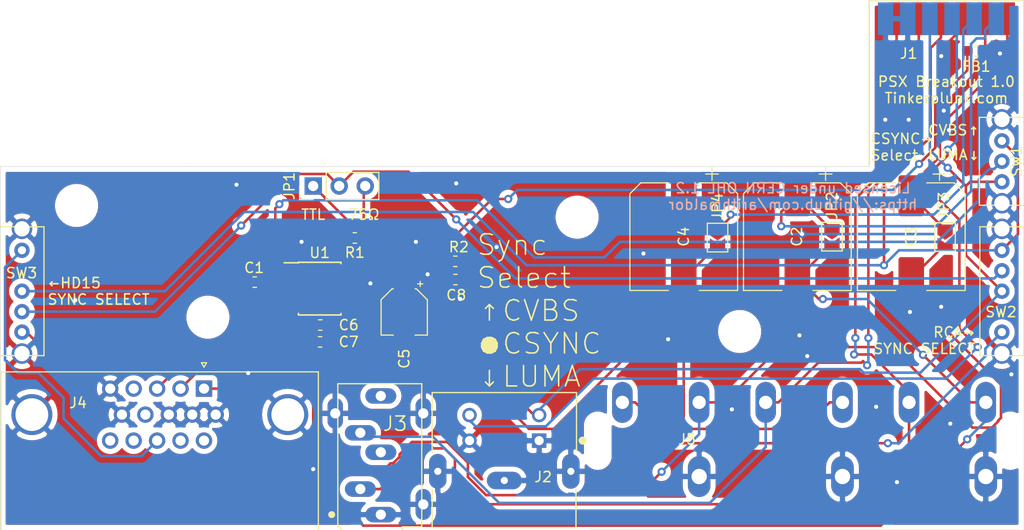
<source format=kicad_pcb>
(kicad_pcb (version 20171130) (host pcbnew "(5.1.0)-1")
  (layers (0 F.Cu signal hide) (31 B.Cu signal hide) (34 B.Paste user) (35 F.Paste user) (36 B.SilkS user) (37 F.SilkS user) (38 B.Mask user) (39 F.Mask user) (44 Edge.Cuts user))
  (net 0 "")
  (net 1 "Net-(C1-Pad2)")
  (net 2 "Net-(C1-Pad1)")
  (net 3 RED)
  (net 4 RED_OUT)
  (net 5 GREEN_OUT)
  (net 6 GREEN)
  (net 7 BLUE)
  (net 8 BLUE_OUT)
  (net 9 "Net-(C5-Pad1)")
  (net 10 GND)
  (net 11 "Net-(C8-Pad1)")
  (net 12 5V_IN)
  (net 13 RIGHT)
  (net 14 LEFT)
  (net 15 LUMA)
  (net 16 CVBS)
  (net 17 CHROMA)
  (net 18 "Net-(J4-Pad4)")
  (net 19 "Net-(J4-Pad9)")
  (net 20 "Net-(J4-Pad11)")
  (net 21 "Net-(J4-Pad12)")
  (net 22 VGA_SYNC_OUT)
  (net 23 "Net-(J4-Pad14)")
  (net 24 "Net-(J4-Pad15)")
  (net 25 RCA_SYNC_OUT)
  (net 26 "Net-(JP1-Pad1)")
  (net 27 CSYNC)
  (net 28 "Net-(JP1-Pad3)")
  (net 29 "Net-(U1-Pad3)")
  (net 30 "Net-(U1-Pad5)")
  (net 31 "Net-(U1-Pad7)")
  (module MountingHole:MountingHole_3.2mm_M3 (layer F.Cu) (at 110.236 90.932)
    (fp_text reference REF** hide)
    (fp_text value MountingHole_3.2mm_M3)
    (pad 1 np_thru_hole circle (at 0 0) (size 3.2 3.2) (drill 3.2) (layers *.Cu *.Mask))
  )
  (module Connector_Dsub:DSUB-15-HD_Female_Horizontal_P2.29x1.98mm_EdgePinOffset8.35mm_Housed_MountingHolesOffset10.89mm (layer F.Cu) (at 109.855 97.917)
    (fp_text reference J4 (at -12.3015 1.397) (layer F.SilkS))
    (fp_text value DB15_Female_HighDensity)
    (pad 0 thru_hole circle (at 8.185 2.54) (size 4 4) (drill 3.2) (layers *.Cu *.Mask) (net 10 GND))
    (pad 0 thru_hole circle (at -16.815 2.54) (size 4 4) (drill 3.2) (layers *.Cu *.Mask) (net 10 GND))
    (pad 15 thru_hole circle (at -9.16 5.08) (size 1.6 1.6) (drill 1) (layers *.Cu *.Mask) (net 24 "Net-(J4-Pad15)"))
    (pad 14 thru_hole circle (at -6.87 5.08) (size 1.6 1.6) (drill 1) (layers *.Cu *.Mask) (net 23 "Net-(J4-Pad14)"))
    (pad 13 thru_hole circle (at -4.58 5.08) (size 1.6 1.6) (drill 1) (layers *.Cu *.Mask) (net 22 VGA_SYNC_OUT))
    (pad 12 thru_hole circle (at -2.29 5.08) (size 1.6 1.6) (drill 1) (layers *.Cu *.Mask) (net 21 "Net-(J4-Pad12)"))
    (pad 11 thru_hole circle (at 0 5.08) (size 1.6 1.6) (drill 1) (layers *.Cu *.Mask) (net 20 "Net-(J4-Pad11)"))
    (pad 10 thru_hole circle (at -8.015 2.54) (size 1.6 1.6) (drill 1) (layers *.Cu *.Mask) (net 10 GND))
    (pad 9 thru_hole circle (at -5.725 2.54) (size 1.6 1.6) (drill 1) (layers *.Cu *.Mask) (net 19 "Net-(J4-Pad9)"))
    (pad 8 thru_hole circle (at -3.435 2.54) (size 1.6 1.6) (drill 1) (layers *.Cu *.Mask) (net 10 GND))
    (pad 7 thru_hole circle (at -1.145 2.54) (size 1.6 1.6) (drill 1) (layers *.Cu *.Mask) (net 10 GND))
    (pad 6 thru_hole circle (at 1.145 2.54) (size 1.6 1.6) (drill 1) (layers *.Cu *.Mask) (net 10 GND))
    (pad 5 thru_hole circle (at -9.16 0) (size 1.6 1.6) (drill 1) (layers *.Cu *.Mask) (net 10 GND))
    (pad 4 thru_hole circle (at -6.87 0) (size 1.6 1.6) (drill 1) (layers *.Cu *.Mask) (net 18 "Net-(J4-Pad4)"))
    (pad 3 thru_hole circle (at -4.58 0) (size 1.6 1.6) (drill 1) (layers *.Cu *.Mask) (net 8 BLUE_OUT))
    (pad 2 thru_hole circle (at -2.29 0) (size 1.6 1.6) (drill 1) (layers *.Cu *.Mask) (net 5 GREEN_OUT))
    (pad 1 thru_hole rect (at 0 0) (size 1.6 1.6) (drill 1) (layers *.Cu *.Mask) (net 4 RED_OUT))
  )
  (module SJ1-3533NG:CUI_SJ1-3533NG (layer F.Cu) (at 127.127 110.236 90)
    (fp_text reference J3 (at 8.89 1.397 180) (layer F.SilkS) (effects (font (size 1.40069 1.40069))))
    (fp_text value VAL** hide)
    (pad T thru_hole oval (at 8 -2 180) (size 3.016 1.508) (drill 1) (layers *.Cu *.Mask) (net 14 LEFT))
    (pad R thru_hole oval (at 2.5 -2 180) (size 3.016 1.508) (drill 1) (layers *.Cu *.Mask) (net 13 RIGHT))
    (pad S thru_hole oval (at 0 0 180) (size 3.016 1.508) (drill 1) (layers *.Cu *.Mask) (net 10 GND))
    (pad RS thru_hole oval (at 6.1 0 180) (size 3.016 1.508) (drill 1) (layers *.Cu *.Mask))
    (pad TS thru_hole oval (at 11.6 0 180) (size 3.016 1.508) (drill 1) (layers *.Cu *.Mask))
    (pad S thru_hole oval (at 9.9 -4.45 270) (size 3.016 1.508) (drill 1) (layers *.Cu *.Mask) (net 10 GND))
    (pad S thru_hole oval (at 9.9 4.15 270) (size 3.016 1.508) (drill 1) (layers *.Cu *.Mask) (net 10 GND))
    (pad S thru_hole oval (at 1 4.15 270) (size 3.016 1.508) (drill 1) (layers *.Cu *.Mask) (net 10 GND))
  )
  (module MountingHole:MountingHole_3.2mm_M3 (layer F.Cu) (at 97.409 80.01)
    (fp_text reference REF** hide)
    (fp_text value MountingHole_3.2mm_M3)
    (pad 1 np_thru_hole circle (at 0 0) (size 3.2 3.2) (drill 3.2) (layers *.Cu *.Mask))
  )
  (module MountingHole:MountingHole_3.2mm_M3 (layer F.Cu) (at 162.179 92.329)
    (fp_text reference REF** hide)
    (fp_text value MountingHole_3.2mm_M3)
    (pad 1 np_thru_hole circle (at 0 0) (size 3.2 3.2) (drill 3.2) (layers *.Cu *.Mask))
  )
  (module MountingHole:MountingHole_3.2mm_M3 (layer F.Cu) (at 146.304 81.153)
    (fp_text reference REF** hide)
    (fp_text value MountingHole_3.2mm_M3)
    (pad 1 np_thru_hole circle (at 0 0) (size 3.2 3.2) (drill 3.2) (layers *.Cu *.Mask))
  )
  (module PSX_BREAKOUT:3x2_RCA (layer F.Cu) (at 168.4735 111.76)
    (fp_text reference J5 (at -11.43 -8.89) (layer F.SilkS))
    (fp_text value 3x2_RCA)
    (pad 9 thru_hole oval (at 17.75 -5.25) (size 2.2 4) (drill 1.5) (layers *.Cu *.Mask) (net 10 GND))
    (pad 8 thru_hole oval (at 3.75 -5.25) (size 2.2 4) (drill 1.5) (layers *.Cu *.Mask) (net 10 GND))
    (pad 7 thru_hole oval (at -10.25 -5.25) (size 2.2 4) (drill 1.5) (layers *.Cu *.Mask) (net 10 GND))
    (pad 6 thru_hole oval (at 17.75 -12.5) (size 2 4) (drill 1.3) (layers *.Cu *.Mask) (net 4 RED_OUT))
    (pad 5 thru_hole oval (at 10.25 -12.5) (size 2 4) (drill 1.3) (layers *.Cu *.Mask) (net 13 RIGHT))
    (pad 1 thru_hole oval (at -17.75 -12.5) (size 2 4) (drill 1.3) (layers *.Cu *.Mask) (net 25 RCA_SYNC_OUT))
    (pad 2 thru_hole oval (at -10.25 -12.5) (size 2 4) (drill 1.3) (layers *.Cu *.Mask) (net 5 GREEN_OUT))
    (pad 3 thru_hole oval (at -3.75 -12.5) (size 2 4) (drill 1.3) (layers *.Cu *.Mask) (net 14 LEFT))
    (pad 4 thru_hole oval (at 3.75 -12.5) (size 2 4) (drill 1.3) (layers *.Cu *.Mask) (net 8 BLUE_OUT))
    (pad "" np_thru_hole oval (at -20.15 -8.75) (size 1.7 4.7) (drill oval 1.7 4.7) (layers *.Cu *.Mask))
    (pad "" np_thru_hole oval (at 20.15 -8.75) (size 1.7 4.7) (drill oval 1.7 4.7) (layers *.Cu *.Mask))
  )
  (module PSX_BREAKOUT:C&K_SP3T (layer F.Cu) (at 92.075 88.392 270)
    (fp_text reference SW3 (at -1.778 0.038) (layer F.SilkS))
    (fp_text value SW_SP3T)
    (pad 1 thru_hole circle (at 0 0 270) (size 1.5 1.5) (drill 0.8) (layers *.Cu *.Mask) (net 16 CVBS))
    (pad 2 thru_hole circle (at 2 0 270) (size 1.5 1.5) (drill 0.8) (layers *.Cu *.Mask) (net 27 CSYNC))
    (pad 3 thru_hole circle (at -4 0 270) (size 1.5 1.5) (drill 0.8) (layers *.Cu *.Mask) (net 22 VGA_SYNC_OUT))
    (pad 4 thru_hole circle (at 4 0 270) (size 1.5 1.5) (drill 0.8) (layers *.Cu *.Mask) (net 15 LUMA))
    (pad S thru_hole circle (at 6.1 0 270) (size 2 2) (drill 1.5) (layers *.Cu *.Mask) (net 10 GND))
    (pad S thru_hole circle (at -6.1 0 270) (size 2 2) (drill 1.5) (layers *.Cu *.Mask) (net 10 GND))
  )
  (module PSX_BREAKOUT:PSX_AV (layer F.Cu) (at 182.38 60)
    (fp_text reference J1 (at -3.691 5.151) (layer F.SilkS))
    (fp_text value Conn_01x12_Male)
    (pad 1 smd rect (at -5.95 1.75) (size 1.5 3.2) (layers B.Cu B.Paste B.Mask) (net 10 GND))
    (pad 12 smd rect (at 5.95 1.75) (size 1.5 3.2) (layers F.Cu F.Paste F.Mask) (net 6 GREEN))
    (pad 2 smd rect (at -4.868182 1.75) (size 1.5 3.2) (layers F.Cu F.Paste F.Mask) (net 13 RIGHT))
    (pad 3 smd rect (at -3.786364 1.75) (size 1.5 3.2) (layers B.Cu B.Paste B.Mask) (net 10 GND))
    (pad 4 smd rect (at -2.704546 1.75) (size 1.5 3.2) (layers F.Cu F.Paste F.Mask) (net 14 LEFT))
    (pad 5 smd rect (at -1.622728 1.75) (size 1.5 3.2) (layers B.Cu B.Paste B.Mask) (net 15 LUMA))
    (pad 6 smd rect (at -0.54091 1.75) (size 1.5 3.2) (layers F.Cu F.Paste F.Mask) (net 16 CVBS))
    (pad 7 smd rect (at 0.540908 1.75) (size 1.5 3.2) (layers B.Cu B.Paste B.Mask) (net 17 CHROMA))
    (pad 8 smd rect (at 1.622726 1.75) (size 1.5 3.2) (layers F.Cu F.Paste F.Mask) (net 10 GND))
    (pad 9 smd rect (at 2.704544 1.75) (size 1.5 3.2) (layers B.Cu B.Paste B.Mask) (net 7 BLUE))
    (pad 10 smd rect (at 3.786362 1.75) (size 1.5 3.2) (layers F.Cu F.Paste F.Mask) (net 12 5V_IN))
    (pad 11 smd rect (at 4.86818 1.75) (size 1.5 3.2) (layers B.Cu B.Paste B.Mask) (net 3 RED))
  )
  (module MD-40SG:CUI_MD-40SG (layer F.Cu) (at 139.192 104.902 180)
    (fp_text reference J2 (at -3.7925 -1.651 180) (layer F.SilkS))
    (fp_text value Mini-DIN-4 hide)
    (pad S1 thru_hole oval (at -6.5 -1.1 270) (size 3.4 1.7) (drill 0.7) (layers *.Cu *.Mask) (net 10 GND))
    (pad S2 thru_hole oval (at 0 -2) (size 3.4 1.7) (drill 0.7) (layers *.Cu *.Mask) (net 10 GND))
    (pad S3 thru_hole oval (at 6.5 -1.1 90) (size 3.4 1.7) (drill 0.7) (layers *.Cu *.Mask) (net 10 GND))
    (pad 3 thru_hole circle (at -3.4 4.4 90) (size 1.408 1.408) (drill 0.9) (layers *.Cu *.Mask) (net 15 LUMA))
    (pad 1 thru_hole rect (at -3.4 1.9 90) (size 1.408 1.408) (drill 0.9) (layers *.Cu *.Mask) (net 10 GND))
    (pad 2 thru_hole circle (at 3.4 1.9 90) (size 1.408 1.408) (drill 0.9) (layers *.Cu *.Mask) (net 10 GND))
    (pad 4 thru_hole circle (at 3.4 4.4 90) (size 1.408 1.408) (drill 0.9) (layers *.Cu *.Mask) (net 17 CHROMA))
  )
  (module PSX_BREAKOUT:C&K_SP3T (layer F.Cu) (at 187.795 88.392 90)
    (fp_text reference SW2 (at -2.032 -0.089 180) (layer F.SilkS))
    (fp_text value SW_SP3T)
    (pad S thru_hole circle (at -6.1 0 90) (size 2 2) (drill 1.5) (layers *.Cu *.Mask) (net 10 GND))
    (pad S thru_hole circle (at 6.1 0 90) (size 2 2) (drill 1.5) (layers *.Cu *.Mask) (net 10 GND))
    (pad 4 thru_hole circle (at 4 0 90) (size 1.5 1.5) (drill 0.8) (layers *.Cu *.Mask) (net 16 CVBS))
    (pad 3 thru_hole circle (at -4 0 90) (size 1.5 1.5) (drill 0.8) (layers *.Cu *.Mask) (net 25 RCA_SYNC_OUT))
    (pad 2 thru_hole circle (at 2 0 90) (size 1.5 1.5) (drill 0.8) (layers *.Cu *.Mask) (net 27 CSYNC))
    (pad 1 thru_hole circle (at 0 0 90) (size 1.5 1.5) (drill 0.8) (layers *.Cu *.Mask) (net 15 LUMA))
  )
  (module Capacitor_SMD:C_0603_1608Metric_Pad1.05x0.95mm_HandSolder (layer F.Cu) (at 114.808 87.503 180)
    (fp_text reference C1 (at 0.052 1.397 180) (layer F.SilkS))
    (fp_text value 100nF)
    (pad 2 smd roundrect (at 0.875 0 180) (size 1.05 0.95) (layers F.Cu F.Paste F.Mask) (net 1 "Net-(C1-Pad2)"))
    (pad 1 smd roundrect (at -0.875 0 180) (size 1.05 0.95) (layers F.Cu F.Paste F.Mask) (net 2 "Net-(C1-Pad1)"))
  )
  (module Capacitor_SMD:CP_Elec_10x10 (layer F.Cu) (at 167.813 83.058 270)
    (fp_text reference C2 (at 0 0.046 270) (layer F.SilkS))
    (fp_text value CP1)
    (pad 1 smd roundrect (at -4 0 270) (size 4 2.5) (layers F.Cu F.Paste F.Mask) (roundrect_rratio 0.1) (net 3 RED))
    (pad 2 smd roundrect (at 4 0 270) (size 4 2.5) (layers F.Cu F.Paste F.Mask) (roundrect_rratio 0.1) (net 4 RED_OUT))
  )
  (module Capacitor_SMD:CP_Elec_10x10 (layer F.Cu) (at 178.943 83.058 270)
    (fp_text reference C3 (at 0 0 270) (layer F.SilkS))
    (fp_text value CP1)
    (pad 2 smd roundrect (at 4 0 270) (size 4 2.5) (layers F.Cu F.Paste F.Mask) (roundrect_rratio 0.1) (net 5 GREEN_OUT))
    (pad 1 smd roundrect (at -4 0 270) (size 4 2.5) (layers F.Cu F.Paste F.Mask) (roundrect_rratio 0.1) (net 6 GREEN))
  )
  (module Capacitor_SMD:CP_Elec_10x10 (layer F.Cu) (at 156.718 83.058 270)
    (fp_text reference C4 (at 0 0 270) (layer F.SilkS))
    (fp_text value CP1)
    (pad 1 smd roundrect (at -4 0 270) (size 4 2.5) (layers F.Cu F.Paste F.Mask) (roundrect_rratio 0.1) (net 7 BLUE))
    (pad 2 smd roundrect (at 4 0 270) (size 4 2.5) (layers F.Cu F.Paste F.Mask) (roundrect_rratio 0.1) (net 8 BLUE_OUT))
  )
  (module Capacitor_SMD:CP_Elec_4x5.4 (layer F.Cu) (at 129.413 90.424 270)
    (fp_text reference C5 (at 4.572 0 270) (layer F.SilkS))
    (fp_text value 10uF)
    (pad 1 smd roundrect (at -1.8 0 270) (size 2.6 1.6) (layers F.Cu F.Paste F.Mask) (roundrect_rratio 0.15625) (net 9 "Net-(C5-Pad1)"))
    (pad 2 smd roundrect (at 1.8 0 270) (size 2.6 1.6) (layers F.Cu F.Paste F.Mask) (roundrect_rratio 0.15625) (net 10 GND))
  )
  (module Capacitor_SMD:C_0603_1608Metric_Pad1.05x0.95mm_HandSolder (layer F.Cu) (at 121.21 91.694 180)
    (fp_text reference C6 (at -2.78 0 180) (layer F.SilkS))
    (fp_text value 100nF)
    (pad 2 smd roundrect (at 0.875 0 180) (size 1.05 0.95) (layers F.Cu F.Paste F.Mask) (net 9 "Net-(C5-Pad1)"))
    (pad 1 smd roundrect (at -0.875 0 180) (size 1.05 0.95) (layers F.Cu F.Paste F.Mask) (net 10 GND))
  )
  (module Capacitor_SMD:C_0603_1608Metric_Pad1.05x0.95mm_HandSolder (layer F.Cu) (at 121.196 93.345 180)
    (fp_text reference C7 (at -2.794 0 180) (layer F.SilkS))
    (fp_text value 10nF)
    (pad 1 smd roundrect (at -0.875 0 180) (size 1.05 0.95) (layers F.Cu F.Paste F.Mask) (net 10 GND))
    (pad 2 smd roundrect (at 0.875 0 180) (size 1.05 0.95) (layers F.Cu F.Paste F.Mask) (net 9 "Net-(C5-Pad1)"))
  )
  (module Capacitor_SMD:C_0603_1608Metric_Pad1.05x0.95mm_HandSolder (layer F.Cu) (at 134.418 87.249)
    (fp_text reference C8 (at 0.075 1.524) (layer F.SilkS))
    (fp_text value 100nF)
    (pad 1 smd roundrect (at -0.875 0) (size 1.05 0.95) (layers F.Cu F.Paste F.Mask) (net 11 "Net-(C8-Pad1)"))
    (pad 2 smd roundrect (at 0.875 0) (size 1.05 0.95) (layers F.Cu F.Paste F.Mask) (net 10 GND))
  )
  (module Inductor_SMD:L_0603_1608Metric_Pad1.05x0.95mm_HandSolder (layer F.Cu) (at 185.293 64.897)
    (fp_text reference FB1 (at 0 1.524) (layer F.SilkS))
    (fp_text value 220R)
    (pad 1 smd roundrect (at -0.875 0) (size 1.05 0.95) (layers F.Cu F.Paste F.Mask) (net 9 "Net-(C5-Pad1)"))
    (pad 2 smd roundrect (at 0.875 0) (size 1.05 0.95) (layers F.Cu F.Paste F.Mask) (net 12 5V_IN))
  )
  (module Connector_PinHeader_2.54mm:PinHeader_1x03_P2.54mm_Vertical (layer F.Cu) (at 120.523 78.105 90)
    (fp_text reference JP1 (at 0 -2.33 90) (layer F.SilkS))
    (fp_text value Jumper_3_Open)
    (pad 1 thru_hole rect (at 0 0 90) (size 1.7 1.7) (drill 1) (layers *.Cu *.Mask) (net 26 "Net-(JP1-Pad1)"))
    (pad 2 thru_hole oval (at 0 2.54 90) (size 1.7 1.7) (drill 1) (layers *.Cu *.Mask) (net 27 CSYNC))
    (pad 3 thru_hole oval (at 0 5.08 90) (size 1.7 1.7) (drill 1) (layers *.Cu *.Mask) (net 28 "Net-(JP1-Pad3)"))
  )
  (module Jumper:SolderJumper-2_P1.3mm_Open_TrianglePad1.0x1.5mm (layer F.Cu) (at 171.196 83.058 270)
    (fp_text reference JP2 (at -3.048 0 270) (layer F.SilkS))
    (fp_text value SolderJumper_2_Open)
    (pad 2 smd custom (at 0.725 0 270) (size 0.3 0.3) (layers F.Cu F.Mask) (net 4 RED_OUT) (options (clearance outline) (anchor rect)) (primitives (gr_poly (pts (xy -0.65 -0.75) (xy 0.5 -0.75) (xy 0.5 0.75) (xy -0.65 0.75) (xy -0.15 0)) (width 0))))
    (pad 1 smd custom (at -0.725 0 270) (size 0.3 0.3) (layers F.Cu F.Mask) (net 3 RED) (options (clearance outline) (anchor rect)) (primitives (gr_poly (pts (xy -0.5 -0.75) (xy 0.5 -0.75) (xy 1 0) (xy 0.5 0.75) (xy -0.5 0.75)) (width 0))))
  )
  (module Jumper:SolderJumper-2_P1.3mm_Open_TrianglePad1.0x1.5mm (layer F.Cu) (at 182.245 83.095 270)
    (fp_text reference JP3 (at -3.085 0.127 270) (layer F.SilkS))
    (fp_text value SolderJumper_2_Open)
    (pad 1 smd custom (at -0.725 0 270) (size 0.3 0.3) (layers F.Cu F.Mask) (net 6 GREEN) (options (clearance outline) (anchor rect)) (primitives (gr_poly (pts (xy -0.5 -0.75) (xy 0.5 -0.75) (xy 1 0) (xy 0.5 0.75) (xy -0.5 0.75)) (width 0))))
    (pad 2 smd custom (at 0.725 0 270) (size 0.3 0.3) (layers F.Cu F.Mask) (net 5 GREEN_OUT) (options (clearance outline) (anchor rect)) (primitives (gr_poly (pts (xy -0.65 -0.75) (xy 0.5 -0.75) (xy 0.5 0.75) (xy -0.65 0.75) (xy -0.15 0)) (width 0))))
  )
  (module Jumper:SolderJumper-2_P1.3mm_Open_TrianglePad1.0x1.5mm (layer F.Cu) (at 160.02 83.148 270)
    (fp_text reference JP4 (at -3.011 0 270) (layer F.SilkS))
    (fp_text value SolderJumper_2_Open)
    (pad 2 smd custom (at 0.725 0 270) (size 0.3 0.3) (layers F.Cu F.Mask) (net 8 BLUE_OUT) (options (clearance outline) (anchor rect)) (primitives (gr_poly (pts (xy -0.65 -0.75) (xy 0.5 -0.75) (xy 0.5 0.75) (xy -0.65 0.75) (xy -0.15 0)) (width 0))))
    (pad 1 smd custom (at -0.725 0 270) (size 0.3 0.3) (layers F.Cu F.Mask) (net 7 BLUE) (options (clearance outline) (anchor rect)) (primitives (gr_poly (pts (xy -0.5 -0.75) (xy 0.5 -0.75) (xy 1 0) (xy 0.5 0.75) (xy -0.5 0.75)) (width 0))))
  )
  (module Resistor_SMD:R_0603_1608Metric_Pad1.05x0.95mm_HandSolder (layer F.Cu) (at 124.587 83.185 180)
    (fp_text reference R1 (at 0 -1.43 180) (layer F.SilkS))
    (fp_text value 470)
    (pad 1 smd roundrect (at -0.875 0 180) (size 1.05 0.95) (layers F.Cu F.Paste F.Mask) (net 28 "Net-(JP1-Pad3)"))
    (pad 2 smd roundrect (at 0.875 0 180) (size 1.05 0.95) (layers F.Cu F.Paste F.Mask) (net 26 "Net-(JP1-Pad1)"))
  )
  (module Resistor_SMD:R_0603_1608Metric_Pad1.05x0.95mm_HandSolder (layer F.Cu) (at 134.404 85.471)
    (fp_text reference R2 (at 0.343 -1.397) (layer F.SilkS))
    (fp_text value 680K)
    (pad 2 smd roundrect (at 0.875 0) (size 1.05 0.95) (layers F.Cu F.Paste F.Mask) (net 10 GND))
    (pad 1 smd roundrect (at -0.875 0) (size 1.05 0.95) (layers F.Cu F.Paste F.Mask) (net 11 "Net-(C8-Pad1)"))
  )
  (module PSX_BREAKOUT:C&K_SPDT (layer F.Cu) (at 187.795 75.692 90)
    (fp_text reference SW1 (at 0 1.435 90) (layer F.SilkS))
    (fp_text value SW_SPDT)
    (pad 1 thru_hole circle (at -2 0 90) (size 1.5 1.5) (drill 0.8) (layers *.Cu *.Mask) (net 15 LUMA))
    (pad 2 thru_hole circle (at 0 0 90) (size 1.5 1.5) (drill 0.8) (layers *.Cu *.Mask) (net 1 "Net-(C1-Pad2)"))
    (pad 3 thru_hole circle (at 2 0 90) (size 1.5 1.5) (drill 0.8) (layers *.Cu *.Mask) (net 16 CVBS))
    (pad S thru_hole circle (at 4.1 0 90) (size 2 2) (drill 1.5) (layers *.Cu *.Mask) (net 10 GND))
    (pad S thru_hole circle (at -4.1 0 90) (size 2 2) (drill 1.5) (layers *.Cu *.Mask) (net 10 GND))
  )
  (module Package_SO:SOIC-8_3.9x4.9mm_P1.27mm (layer F.Cu) (at 121.158 88.138)
    (fp_text reference U1 (at 0 -3.5) (layer F.SilkS))
    (fp_text value LM1881)
    (pad 1 smd rect (at -2.7 -1.905) (size 1.55 0.6) (layers F.Cu F.Paste F.Mask) (net 26 "Net-(JP1-Pad1)"))
    (pad 2 smd rect (at -2.7 -0.635) (size 1.55 0.6) (layers F.Cu F.Paste F.Mask) (net 2 "Net-(C1-Pad1)"))
    (pad 3 smd rect (at -2.7 0.635) (size 1.55 0.6) (layers F.Cu F.Paste F.Mask) (net 29 "Net-(U1-Pad3)"))
    (pad 4 smd rect (at -2.7 1.905) (size 1.55 0.6) (layers F.Cu F.Paste F.Mask) (net 10 GND))
    (pad 5 smd rect (at 2.7 1.905) (size 1.55 0.6) (layers F.Cu F.Paste F.Mask) (net 30 "Net-(U1-Pad5)"))
    (pad 6 smd rect (at 2.7 0.635) (size 1.55 0.6) (layers F.Cu F.Paste F.Mask) (net 11 "Net-(C8-Pad1)"))
    (pad 7 smd rect (at 2.7 -0.635) (size 1.55 0.6) (layers F.Cu F.Paste F.Mask) (net 31 "Net-(U1-Pad7)"))
    (pad 8 smd rect (at 2.7 -1.905) (size 1.55 0.6) (layers F.Cu F.Paste F.Mask) (net 9 "Net-(C5-Pad1)"))
  )
  (gr_text "Licensed under CERN OHL 1.2\nhttps://github.com/arithmaldor" (at 167.386 79.121) (layer B.SilkS) (effects (font (size 1 1)) (justify mirror)))
  (gr_text "PSX Breakout 1.0\nTinkerplunk.com" (at 182.372 68.707) (layer F.SilkS) (effects (font (size 1 1))))
  (gr_text 75Ω (at 125.476 80.899) (layer F.SilkS) (effects (font (size 1 1))))
  (gr_text TTL (at 120.523 80.899) (layer F.SilkS) (effects (font (size 1 1))))
  (gr_text "Sync\nSelect\n↑CVBS\n●CSYNC\n↓LUMA" (at 136.398 90.297) (layer F.SilkS) (effects (font (size 2 2)) (justify left)))
  (gr_text "RCA→\nSYNC SELECT" (at 185.293 93.218) (layer F.SilkS) (effects (font (size 1 1)) (justify right)))
  (gr_text "←HD15\nSYNC SELECT" (at 94.488 88.392) (layer F.SilkS) (effects (font (size 1 1)) (justify left)))
  (gr_text LUMA↓ (at 183.134 75.057) (layer F.SilkS) (effects (font (size 1 1))))
  (gr_text "CSYNC→\nSelect" (at 174.879 74.295) (layer F.SilkS) (effects (font (size 1 1)) (justify left)))
  (gr_text CVBS↑ (at 183.134 72.644) (layer F.SilkS) (effects (font (size 1 1))))
  (gr_line (start 89.954 76.2) (end 89.954 111.76) (layer Edge.Cuts) (width 0.05))
  (gr_line (start 107.95 76.2) (end 89.954 76.2) (layer Edge.Cuts) (width 0.05))
  (gr_line (start 189.954 76.2) (end 189.954 111.76) (layer Edge.Cuts) (width 0.05))
  (gr_line (start 189.954 111.76) (end 89.954 111.76) (layer Edge.Cuts) (width 0.05))
  (gr_line (start 189.954 59.944) (end 189.954 76.2) (layer Edge.Cuts) (width 0.05))
  (gr_line (start 174.841 76.2) (end 107.95 76.2) (layer Edge.Cuts) (width 0.05))
  (gr_line (start 174.841 59.944) (end 174.841 76.2) (layer Edge.Cuts) (width 0.05))
  (gr_line (start 174.841 59.944) (end 189.954 59.944) (layer Edge.Cuts) (width 0.05))
  (segment (start 117.602 79.502) (end 117.221 79.883) (width 0.25) (layer B.Cu) (net 1))
  (segment (start 136.525 79.502) (end 117.602 79.502) (width 0.25) (layer B.Cu) (net 1))
  (segment (start 148.971 85.09) (end 142.113 85.09) (width 0.25) (layer B.Cu) (net 1))
  (segment (start 150.495 83.566) (end 148.971 85.09) (width 0.25) (layer B.Cu) (net 1))
  (segment (start 187.795 75.692) (end 187.045001 76.441999) (width 0.25) (layer B.Cu) (net 1))
  (segment (start 142.113 85.09) (end 136.525 79.502) (width 0.25) (layer B.Cu) (net 1))
  (segment (start 186.575001 76.441999) (end 185.547 77.47) (width 0.25) (layer B.Cu) (net 1))
  (segment (start 187.045001 76.441999) (end 186.575001 76.441999) (width 0.25) (layer B.Cu) (net 1))
  (segment (start 185.547 77.47) (end 185.547 79.502) (width 0.25) (layer B.Cu) (net 1))
  (segment (start 185.547 79.502) (end 181.483 83.566) (width 0.25) (layer B.Cu) (net 1))
  (segment (start 181.483 83.566) (end 150.495 83.566) (width 0.25) (layer B.Cu) (net 1))
  (via (at 117.221 79.883) (size 0.8) (drill 0.4) (layers F.Cu B.Cu) (net 1))
  (segment (start 113.792 87.362) (end 113.933 87.503) (width 0.25) (layer F.Cu) (net 1))
  (segment (start 113.792 84.328) (end 113.792 87.362) (width 0.25) (layer F.Cu) (net 1))
  (segment (start 116.821001 81.298999) (end 113.792 84.328) (width 0.25) (layer F.Cu) (net 1))
  (segment (start 117.221 79.883) (end 116.821001 80.282999) (width 0.25) (layer F.Cu) (net 1))
  (segment (start 116.821001 80.282999) (end 116.821001 81.298999) (width 0.25) (layer F.Cu) (net 1))
  (segment (start 118.458 87.503) (end 115.683 87.503) (width 0.25) (layer F.Cu) (net 2))
  (via (at 166.243 82.042) (size 0.8) (drill 0.4) (layers F.Cu B.Cu) (net 3))
  (segment (start 166.243 80.628) (end 167.813 79.058) (width 0.25) (layer F.Cu) (net 3))
  (segment (start 166.243 82.042) (end 166.243 80.628) (width 0.25) (layer F.Cu) (net 3))
  (segment (start 171.088 82.333) (end 171.196 82.333) (width 0.25) (layer F.Cu) (net 3))
  (segment (start 167.813 79.058) (end 171.088 82.333) (width 0.25) (layer F.Cu) (net 3))
  (segment (start 181.356 82.042) (end 166.243 82.042) (width 0.25) (layer B.Cu) (net 3))
  (segment (start 184.785 78.613) (end 181.356 82.042) (width 0.25) (layer B.Cu) (net 3))
  (segment (start 186.159545 62.838635) (end 186.159545 63.610001) (width 0.25) (layer B.Cu) (net 3))
  (segment (start 187.24818 61.75) (end 186.159545 62.838635) (width 0.25) (layer B.Cu) (net 3))
  (segment (start 186.159545 63.610001) (end 186.094545 63.675001) (width 0.25) (layer B.Cu) (net 3))
  (segment (start 186.094545 63.675001) (end 185.323179 63.675001) (width 0.25) (layer B.Cu) (net 3))
  (segment (start 185.323179 63.675001) (end 184.785 64.21318) (width 0.25) (layer B.Cu) (net 3))
  (segment (start 184.785 64.21318) (end 184.785 78.613) (width 0.25) (layer B.Cu) (net 3))
  (segment (start 167.921 87.058) (end 167.813 87.058) (width 0.25) (layer F.Cu) (net 4))
  (segment (start 171.196 83.783) (end 167.921 87.058) (width 0.25) (layer F.Cu) (net 4))
  (segment (start 184.9735 99.26) (end 186.2235 99.26) (width 0.25) (layer F.Cu) (net 4))
  (segment (start 167.813 87.058) (end 169.13371 88.37871) (width 0.25) (layer F.Cu) (net 4))
  (via (at 170.307 89.154) (size 0.8) (drill 0.4) (layers F.Cu B.Cu) (net 4))
  (segment (start 167.813 87.058) (end 169.909 89.154) (width 0.25) (layer F.Cu) (net 4))
  (segment (start 169.909 89.154) (end 170.307 89.154) (width 0.25) (layer F.Cu) (net 4))
  (via (at 180.086 94.615) (size 0.8) (drill 0.4) (layers F.Cu B.Cu) (net 4))
  (segment (start 170.307 89.154) (end 174.625 89.154) (width 0.25) (layer B.Cu) (net 4))
  (segment (start 174.625 89.154) (end 180.086 94.615) (width 0.25) (layer B.Cu) (net 4))
  (segment (start 184.731 99.26) (end 186.2235 99.26) (width 0.25) (layer F.Cu) (net 4))
  (segment (start 180.086 94.615) (end 184.731 99.26) (width 0.25) (layer F.Cu) (net 4))
  (via (at 184.404 102.87) (size 0.8) (drill 0.4) (layers F.Cu B.Cu) (net 4))
  (segment (start 186.2235 101.0505) (end 186.2235 99.26) (width 0.25) (layer B.Cu) (net 4))
  (segment (start 184.404 102.87) (end 186.2235 101.0505) (width 0.25) (layer B.Cu) (net 4))
  (segment (start 110.905 97.917) (end 109.855 97.917) (width 0.25) (layer F.Cu) (net 4))
  (segment (start 175.95899 111.31501) (end 125.41806 111.31501) (width 0.25) (layer F.Cu) (net 4))
  (segment (start 184.404 102.87) (end 175.95899 111.31501) (width 0.25) (layer F.Cu) (net 4))
  (segment (start 125.41806 111.31501) (end 122.78599 108.68294) (width 0.25) (layer F.Cu) (net 4))
  (segment (start 122.78599 108.68294) (end 122.01794 108.68294) (width 0.25) (layer F.Cu) (net 4))
  (segment (start 122.01794 108.68294) (end 111.252 97.917) (width 0.25) (layer F.Cu) (net 4))
  (segment (start 111.252 97.917) (end 110.905 97.917) (width 0.25) (layer F.Cu) (net 4))
  (segment (start 179.007 87.058) (end 178.943 87.058) (width 0.25) (layer F.Cu) (net 5))
  (segment (start 182.245 83.82) (end 179.007 87.058) (width 0.25) (layer F.Cu) (net 5))
  (segment (start 160.709 99.26) (end 158.2235 99.26) (width 0.25) (layer F.Cu) (net 5))
  (segment (start 166.116 93.853) (end 160.709 99.26) (width 0.25) (layer F.Cu) (net 5))
  (segment (start 177.038 93.853) (end 166.116 93.853) (width 0.25) (layer F.Cu) (net 5))
  (segment (start 184.912 101.727) (end 177.038 93.853) (width 0.25) (layer F.Cu) (net 5))
  (segment (start 186.817 101.727) (end 184.912 101.727) (width 0.25) (layer F.Cu) (net 5))
  (segment (start 187.44849 101.09551) (end 186.817 101.727) (width 0.25) (layer F.Cu) (net 5))
  (segment (start 180.26371 88.37871) (end 180.26371 90.09371) (width 0.25) (layer F.Cu) (net 5))
  (segment (start 178.943 87.058) (end 180.26371 88.37871) (width 0.25) (layer F.Cu) (net 5))
  (segment (start 180.26371 90.09371) (end 187.706 97.536) (width 0.25) (layer F.Cu) (net 5))
  (segment (start 187.706 97.536) (end 187.706 100.765785) (width 0.25) (layer F.Cu) (net 5))
  (segment (start 187.706 100.765785) (end 187.44849 101.023295) (width 0.25) (layer F.Cu) (net 5))
  (segment (start 187.44849 101.023295) (end 187.44849 101.09551) (width 0.25) (layer F.Cu) (net 5))
  (via (at 154.559 106.045) (size 0.8) (drill 0.4) (layers F.Cu B.Cu) (net 5))
  (segment (start 158.2235 102.3805) (end 158.2235 99.26) (width 0.25) (layer B.Cu) (net 5))
  (segment (start 154.559 106.045) (end 158.2235 102.3805) (width 0.25) (layer B.Cu) (net 5))
  (segment (start 109.343 96.139) (end 107.565 97.917) (width 0.25) (layer F.Cu) (net 5))
  (segment (start 112.903 97.409) (end 111.633 96.139) (width 0.25) (layer F.Cu) (net 5))
  (segment (start 133.604 103.124) (end 130.175 103.124) (width 0.25) (layer F.Cu) (net 5))
  (segment (start 128.08399 105.21501) (end 127.762 105.537) (width 0.25) (layer F.Cu) (net 5))
  (segment (start 135.636 105.156) (end 133.604 103.124) (width 0.25) (layer F.Cu) (net 5))
  (segment (start 127.762 105.537) (end 122.555 105.537) (width 0.25) (layer F.Cu) (net 5))
  (segment (start 122.555 105.537) (end 120.523 103.505) (width 0.25) (layer F.Cu) (net 5))
  (segment (start 137.414 108.331) (end 135.636 106.553) (width 0.25) (layer F.Cu) (net 5))
  (segment (start 154.559 106.045) (end 152.273 108.331) (width 0.25) (layer F.Cu) (net 5))
  (segment (start 135.636 106.553) (end 135.636 105.156) (width 0.25) (layer F.Cu) (net 5))
  (segment (start 152.273 108.331) (end 137.414 108.331) (width 0.25) (layer F.Cu) (net 5))
  (segment (start 130.175 103.124) (end 128.96001 104.33899) (width 0.25) (layer F.Cu) (net 5))
  (segment (start 120.523 98.679) (end 119.253 97.409) (width 0.25) (layer F.Cu) (net 5))
  (segment (start 128.96001 104.33899) (end 128.96001 104.58294) (width 0.25) (layer F.Cu) (net 5))
  (segment (start 128.96001 104.58294) (end 128.32794 105.21501) (width 0.25) (layer F.Cu) (net 5))
  (segment (start 128.32794 105.21501) (end 128.08399 105.21501) (width 0.25) (layer F.Cu) (net 5))
  (segment (start 111.633 96.139) (end 109.343 96.139) (width 0.25) (layer F.Cu) (net 5))
  (segment (start 120.523 103.505) (end 120.523 98.679) (width 0.25) (layer F.Cu) (net 5))
  (segment (start 119.253 97.409) (end 112.903 97.409) (width 0.25) (layer F.Cu) (net 5))
  (segment (start 182.245 82.36) (end 182.245 82.37) (width 0.25) (layer F.Cu) (net 6))
  (segment (start 178.943 79.058) (end 182.245 82.36) (width 0.25) (layer F.Cu) (net 6))
  (segment (start 180.26371 77.73729) (end 178.943 79.058) (width 0.25) (layer F.Cu) (net 6))
  (segment (start 188.33 65.67) (end 181.737 72.263) (width 0.25) (layer F.Cu) (net 6))
  (segment (start 181.737 72.263) (end 181.737 75.240275) (width 0.25) (layer F.Cu) (net 6))
  (segment (start 181.737 75.240275) (end 180.26371 76.713565) (width 0.25) (layer F.Cu) (net 6))
  (segment (start 180.26371 76.713565) (end 180.26371 77.73729) (width 0.25) (layer F.Cu) (net 6))
  (segment (start 188.33 61.75) (end 188.33 65.67) (width 0.25) (layer F.Cu) (net 6))
  (via (at 161.29 80.899) (size 0.8) (drill 0.4) (layers F.Cu B.Cu) (net 7))
  (segment (start 161.29 81.153) (end 160.02 82.423) (width 0.25) (layer F.Cu) (net 7))
  (segment (start 161.29 80.899) (end 161.29 81.153) (width 0.25) (layer F.Cu) (net 7))
  (segment (start 160.02 82.36) (end 160.02 82.423) (width 0.25) (layer F.Cu) (net 7))
  (segment (start 156.718 79.058) (end 160.02 82.36) (width 0.25) (layer F.Cu) (net 7))
  (segment (start 181.159004 80.899) (end 161.855685 80.899) (width 0.25) (layer B.Cu) (net 7))
  (segment (start 184.023 78.035004) (end 181.159004 80.899) (width 0.25) (layer B.Cu) (net 7))
  (segment (start 184.023 62.811544) (end 184.023 78.035004) (width 0.25) (layer B.Cu) (net 7))
  (segment (start 185.084544 61.75) (end 184.023 62.811544) (width 0.25) (layer B.Cu) (net 7))
  (segment (start 161.855685 80.899) (end 161.29 80.899) (width 0.25) (layer B.Cu) (net 7))
  (segment (start 156.835 87.058) (end 156.718 87.058) (width 0.25) (layer F.Cu) (net 8))
  (segment (start 160.02 83.873) (end 156.835 87.058) (width 0.25) (layer F.Cu) (net 8))
  (segment (start 170.9735 99.26) (end 172.2235 99.26) (width 0.25) (layer F.Cu) (net 8))
  (segment (start 168.3795 101.854) (end 170.9735 99.26) (width 0.25) (layer F.Cu) (net 8))
  (segment (start 157.48 101.854) (end 168.3795 101.854) (width 0.25) (layer F.Cu) (net 8))
  (segment (start 156.718 87.058) (end 156.718 101.092) (width 0.25) (layer F.Cu) (net 8))
  (segment (start 156.718 101.092) (end 157.48 101.854) (width 0.25) (layer F.Cu) (net 8))
  (segment (start 156.718 89.158) (end 156.718 87.058) (width 0.25) (layer F.Cu) (net 8))
  (segment (start 144.022 101.854) (end 156.718 89.158) (width 0.25) (layer F.Cu) (net 8))
  (segment (start 141.605 101.854) (end 144.022 101.854) (width 0.25) (layer F.Cu) (net 8))
  (segment (start 136.652 96.901) (end 141.605 101.854) (width 0.25) (layer F.Cu) (net 8))
  (segment (start 115.443 95.377) (end 116.967 96.901) (width 0.25) (layer F.Cu) (net 8))
  (segment (start 116.967 96.901) (end 136.652 96.901) (width 0.25) (layer F.Cu) (net 8))
  (segment (start 107.815 95.377) (end 105.275 97.917) (width 0.25) (layer F.Cu) (net 8))
  (segment (start 115.443 95.377) (end 107.815 95.377) (width 0.25) (layer F.Cu) (net 8))
  (via (at 179.705 75.946) (size 0.8) (drill 0.4) (layers F.Cu B.Cu) (net 9))
  (segment (start 124.883 86.233) (end 123.858 86.233) (width 0.25) (layer F.Cu) (net 9))
  (segment (start 126.122 86.233) (end 124.883 86.233) (width 0.25) (layer F.Cu) (net 9))
  (segment (start 128.513 88.624) (end 126.122 86.233) (width 0.25) (layer F.Cu) (net 9))
  (segment (start 129.413 88.624) (end 128.513 88.624) (width 0.25) (layer F.Cu) (net 9))
  (segment (start 120.335 91.119) (end 120.335 91.694) (width 0.25) (layer F.Cu) (net 9))
  (segment (start 120.335 88.731) (end 120.335 91.119) (width 0.25) (layer F.Cu) (net 9))
  (segment (start 122.833 86.233) (end 120.335 88.731) (width 0.25) (layer F.Cu) (net 9))
  (segment (start 123.858 86.233) (end 122.833 86.233) (width 0.25) (layer F.Cu) (net 9))
  (segment (start 120.335 93.331) (end 120.321 93.345) (width 0.25) (layer F.Cu) (net 9))
  (segment (start 120.335 91.694) (end 120.335 93.331) (width 0.25) (layer F.Cu) (net 9))
  (segment (start 180.104999 75.546001) (end 179.705 75.946) (width 0.25) (layer F.Cu) (net 9))
  (segment (start 181.286989 74.364011) (end 180.104999 75.546001) (width 0.25) (layer F.Cu) (net 9))
  (segment (start 181.286989 69.919011) (end 181.286989 74.364011) (width 0.25) (layer F.Cu) (net 9))
  (segment (start 184.418 64.897) (end 184.418 66.788) (width 0.25) (layer F.Cu) (net 9))
  (segment (start 184.418 66.788) (end 181.286989 69.919011) (width 0.25) (layer F.Cu) (net 9))
  (segment (start 129.413 88.624) (end 130.28371 87.75329) (width 0.25) (layer F.Cu) (net 9))
  (segment (start 139.007315 79.375) (end 139.573 79.375) (width 0.25) (layer F.Cu) (net 9))
  (via (at 139.573 79.375) (size 0.8) (drill 0.4) (layers F.Cu B.Cu) (net 9))
  (segment (start 130.28371 87.75329) (end 130.28371 87.082605) (width 0.25) (layer F.Cu) (net 9))
  (segment (start 137.991315 79.375) (end 139.007315 79.375) (width 0.25) (layer F.Cu) (net 9))
  (segment (start 130.28371 87.082605) (end 137.991315 79.375) (width 0.25) (layer F.Cu) (net 9))
  (segment (start 139.972999 78.975001) (end 139.573 79.375) (width 0.25) (layer B.Cu) (net 9))
  (segment (start 140.462 78.486) (end 139.972999 78.975001) (width 0.25) (layer B.Cu) (net 9))
  (segment (start 177.165 78.486) (end 140.462 78.486) (width 0.25) (layer B.Cu) (net 9))
  (segment (start 179.705 75.946) (end 177.165 78.486) (width 0.25) (layer B.Cu) (net 9))
  (via (at 130.556 83.566) (size 0.8) (drill 0.4) (layers F.Cu B.Cu) (net 10))
  (via (at 134.874 89.154) (size 0.8) (drill 0.4) (layers F.Cu B.Cu) (net 10))
  (via (at 155.194 93.091) (size 0.8) (drill 0.4) (layers F.Cu B.Cu) (net 10))
  (via (at 168.021 92.71) (size 0.8) (drill 0.4) (layers F.Cu B.Cu) (net 10))
  (via (at 178.816 90.424) (size 0.8) (drill 0.4) (layers F.Cu B.Cu) (net 10))
  (via (at 175.514 99.695) (size 0.8) (drill 0.4) (layers F.Cu B.Cu) (net 10))
  (via (at 161.417 99.949) (size 0.8) (drill 0.4) (layers F.Cu B.Cu) (net 10))
  (via (at 168.783 94.742) (size 0.8) (drill 0.4) (layers F.Cu B.Cu) (net 10))
  (via (at 177.546 107.061) (size 0.8) (drill 0.4) (layers F.Cu B.Cu) (net 10))
  (via (at 188.722 96.52) (size 0.8) (drill 0.4) (layers F.Cu B.Cu) (net 10))
  (via (at 182.753 101.346) (size 0.8) (drill 0.4) (layers F.Cu B.Cu) (net 10))
  (via (at 113.03 77.978) (size 0.8) (drill 0.4) (layers F.Cu B.Cu) (net 10))
  (via (at 168.275 82.804) (size 0.8) (drill 0.4) (layers F.Cu B.Cu) (net 10))
  (via (at 119.38 83.566) (size 0.8) (drill 0.4) (layers F.Cu B.Cu) (net 10))
  (via (at 126.111 87.63) (size 0.8) (drill 0.4) (layers F.Cu B.Cu) (net 10))
  (via (at 131.699 86.741) (size 0.8) (drill 0.4) (layers F.Cu B.Cu) (net 10))
  (via (at 176.403 71.628) (size 0.8) (drill 0.4) (layers F.Cu B.Cu) (net 10))
  (via (at 178.689 71.628) (size 0.8) (drill 0.4) (layers F.Cu B.Cu) (net 10))
  (via (at 182.118 70.739) (size 0.8) (drill 0.4) (layers F.Cu B.Cu) (net 10))
  (via (at 181.864 65.405) (size 0.8) (drill 0.4) (layers F.Cu B.Cu) (net 10))
  (segment (start 181.864 64.839315) (end 181.864 65.405) (width 0.25) (layer F.Cu) (net 10))
  (segment (start 181.864 64.738726) (end 181.864 64.839315) (width 0.25) (layer F.Cu) (net 10))
  (segment (start 184.002726 62.6) (end 181.864 64.738726) (width 0.25) (layer F.Cu) (net 10))
  (segment (start 184.002726 61.75) (end 184.002726 62.6) (width 0.25) (layer F.Cu) (net 10))
  (via (at 187.60499 65.151) (size 0.8) (drill 0.4) (layers F.Cu B.Cu) (net 10))
  (via (at 182.626 72.644) (size 0.8) (drill 0.4) (layers F.Cu B.Cu) (net 10))
  (via (at 152.781 84.709) (size 0.8) (drill 0.4) (layers F.Cu B.Cu) (net 10))
  (via (at 134.493 77.851) (size 0.8) (drill 0.4) (layers F.Cu B.Cu) (net 10))
  (via (at 97.282 89.281) (size 0.8) (drill 0.4) (layers F.Cu B.Cu) (net 10))
  (via (at 138.43 84.074) (size 0.8) (drill 0.4) (layers F.Cu B.Cu) (net 10))
  (via (at 171.704 79.21101) (size 0.8) (drill 0.4) (layers F.Cu B.Cu) (net 10))
  (via (at 181.864 89.916) (size 0.8) (drill 0.4) (layers F.Cu B.Cu) (net 10))
  (via (at 120.523 105.791) (size 0.8) (drill 0.4) (layers F.Cu B.Cu) (net 10))
  (via (at 114.173 96.393) (size 0.8) (drill 0.4) (layers F.Cu B.Cu) (net 10))
  (segment (start 133.543 85.485) (end 133.529 85.471) (width 0.25) (layer F.Cu) (net 11))
  (segment (start 133.543 87.249) (end 133.543 85.485) (width 0.25) (layer F.Cu) (net 11))
  (segment (start 133.043928 87.748072) (end 133.543 87.249) (width 0.25) (layer F.Cu) (net 11))
  (segment (start 130.368 90.424) (end 133.043928 87.748072) (width 0.25) (layer F.Cu) (net 11))
  (segment (start 126.534 90.424) (end 130.368 90.424) (width 0.25) (layer F.Cu) (net 11))
  (segment (start 123.858 88.773) (end 124.883 88.773) (width 0.25) (layer F.Cu) (net 11))
  (segment (start 124.883 88.773) (end 126.534 90.424) (width 0.25) (layer F.Cu) (net 11))
  (segment (start 186.166362 64.634638) (end 186.144 64.657) (width 0.25) (layer F.Cu) (net 12))
  (segment (start 186.166362 61.75) (end 186.166362 64.634638) (width 0.25) (layer F.Cu) (net 12))
  (via (at 173.482 92.964) (size 0.8) (drill 0.4) (layers F.Cu B.Cu) (net 13))
  (segment (start 173.482 79.37218) (end 173.482 92.964) (width 0.25) (layer F.Cu) (net 13))
  (segment (start 177.511818 61.75) (end 177.511818 75.342362) (width 0.25) (layer F.Cu) (net 13))
  (segment (start 177.511818 75.342362) (end 173.482 79.37218) (width 0.25) (layer F.Cu) (net 13))
  (via (at 173.355 94.578) (size 0.8) (drill 0.4) (layers F.Cu B.Cu) (net 13))
  (segment (start 173.482 92.964) (end 173.482 94.451) (width 0.25) (layer B.Cu) (net 13))
  (segment (start 173.482 94.451) (end 173.355 94.578) (width 0.25) (layer B.Cu) (net 13))
  (segment (start 178.7235 98.26) (end 178.7235 99.26) (width 0.25) (layer F.Cu) (net 13))
  (segment (start 175.0415 94.578) (end 178.7235 98.26) (width 0.25) (layer F.Cu) (net 13))
  (segment (start 173.355 94.578) (end 175.0415 94.578) (width 0.25) (layer F.Cu) (net 13))
  (segment (start 126.833 107.736) (end 124.619 107.736) (width 0.25) (layer F.Cu) (net 13))
  (segment (start 127.087 107.736) (end 126.833 107.736) (width 0.25) (layer F.Cu) (net 13))
  (segment (start 131.064 103.759) (end 127.087 107.736) (width 0.25) (layer F.Cu) (net 13))
  (segment (start 133.35 103.759) (end 131.064 103.759) (width 0.25) (layer F.Cu) (net 13))
  (segment (start 178.7235 103.3435) (end 172.847 109.22) (width 0.25) (layer F.Cu) (net 13))
  (segment (start 172.847 109.22) (end 136.906 109.22) (width 0.25) (layer F.Cu) (net 13))
  (segment (start 136.906 109.22) (end 134.366 106.68) (width 0.25) (layer F.Cu) (net 13))
  (segment (start 134.366 106.68) (end 134.366 104.775) (width 0.25) (layer F.Cu) (net 13))
  (segment (start 178.7235 99.26) (end 178.7235 103.3435) (width 0.25) (layer F.Cu) (net 13))
  (segment (start 134.366 104.775) (end 133.35 103.759) (width 0.25) (layer F.Cu) (net 13))
  (segment (start 179.675454 73.815136) (end 174.752 78.73859) (width 0.25) (layer F.Cu) (net 14))
  (segment (start 179.675454 61.75) (end 179.675454 73.815136) (width 0.25) (layer F.Cu) (net 14))
  (segment (start 174.752 78.73859) (end 174.752 91.44) (width 0.25) (layer F.Cu) (net 14))
  (via (at 174.752 92.964) (size 0.8) (drill 0.4) (layers F.Cu B.Cu) (net 14))
  (segment (start 174.752 91.44) (end 174.752 92.964) (width 0.25) (layer F.Cu) (net 14))
  (segment (start 174.752 92.964) (end 174.752 95.503998) (width 0.25) (layer B.Cu) (net 14))
  (via (at 174.625 95.630998) (size 0.8) (drill 0.4) (layers F.Cu B.Cu) (net 14))
  (segment (start 174.752 95.503998) (end 174.625 95.630998) (width 0.25) (layer B.Cu) (net 14))
  (segment (start 174.225001 95.230999) (end 174.625 95.630998) (width 0.25) (layer F.Cu) (net 14))
  (segment (start 174.079 95.377) (end 174.225001 95.230999) (width 0.25) (layer F.Cu) (net 14))
  (segment (start 169.8565 95.377) (end 174.079 95.377) (width 0.25) (layer F.Cu) (net 14))
  (segment (start 164.7235 99.26) (end 165.9735 99.26) (width 0.25) (layer F.Cu) (net 14))
  (segment (start 165.9735 99.26) (end 169.8565 95.377) (width 0.25) (layer F.Cu) (net 14))
  (segment (start 124.999 102.616) (end 124.619 102.236) (width 0.25) (layer B.Cu) (net 14))
  (segment (start 132.207 102.616) (end 124.999 102.616) (width 0.25) (layer B.Cu) (net 14))
  (segment (start 138.684 109.093) (end 132.207 102.616) (width 0.25) (layer B.Cu) (net 14))
  (segment (start 159.258 109.093) (end 138.684 109.093) (width 0.25) (layer B.Cu) (net 14))
  (segment (start 164.7235 99.26) (end 164.7235 103.6275) (width 0.25) (layer B.Cu) (net 14))
  (segment (start 164.7235 103.6275) (end 159.258 109.093) (width 0.25) (layer B.Cu) (net 14))
  (segment (start 146.574 96.012) (end 142.787999 99.798001) (width 0.25) (layer B.Cu) (net 15))
  (segment (start 173.932996 96.012) (end 146.574 96.012) (width 0.25) (layer B.Cu) (net 15))
  (segment (start 187.795 88.392) (end 179.830998 96.356002) (width 0.25) (layer B.Cu) (net 15))
  (segment (start 142.787999 99.798001) (end 142.084 100.502) (width 0.25) (layer B.Cu) (net 15))
  (segment (start 174.276998 96.356002) (end 173.932996 96.012) (width 0.25) (layer B.Cu) (net 15))
  (segment (start 179.830998 96.356002) (end 174.276998 96.356002) (width 0.25) (layer B.Cu) (net 15))
  (segment (start 180.757272 61.75) (end 180.757272 74.585272) (width 0.25) (layer B.Cu) (net 15))
  (segment (start 180.757272 74.585272) (end 182.099001 75.927001) (width 0.25) (layer B.Cu) (net 15))
  (segment (start 182.099001 75.927001) (end 182.499 76.327) (width 0.25) (layer B.Cu) (net 15))
  (segment (start 187.795 88.392) (end 184.277 84.874) (width 0.25) (layer F.Cu) (net 15))
  (segment (start 184.277 84.874) (end 184.277 78.105) (width 0.25) (layer F.Cu) (net 15))
  (segment (start 184.277 78.105) (end 182.898999 76.726999) (width 0.25) (layer F.Cu) (net 15))
  (segment (start 182.898999 76.726999) (end 182.499 76.327) (width 0.25) (layer F.Cu) (net 15))
  (via (at 182.499 76.327) (size 0.8) (drill 0.4) (layers F.Cu B.Cu) (net 15))
  (segment (start 184.69 77.692) (end 187.795 77.692) (width 0.25) (layer F.Cu) (net 15))
  (segment (start 184.277 78.105) (end 184.69 77.692) (width 0.25) (layer F.Cu) (net 15))
  (segment (start 137.467 95.885) (end 142.084 100.502) (width 0.25) (layer F.Cu) (net 15))
  (segment (start 119.634 95.885) (end 137.467 95.885) (width 0.25) (layer F.Cu) (net 15))
  (segment (start 118.364 94.615) (end 119.634 95.885) (width 0.25) (layer F.Cu) (net 15))
  (segment (start 94.742 94.615) (end 118.364 94.615) (width 0.25) (layer F.Cu) (net 15))
  (segment (start 92.075 92.392) (end 92.519 92.392) (width 0.25) (layer F.Cu) (net 15))
  (segment (start 92.519 92.392) (end 94.742 94.615) (width 0.25) (layer F.Cu) (net 15))
  (segment (start 180.836978 64.602112) (end 180.836978 73.290022) (width 0.25) (layer F.Cu) (net 16))
  (segment (start 181.83909 63.6) (end 180.836978 64.602112) (width 0.25) (layer F.Cu) (net 16))
  (segment (start 176.675999 85.452001) (end 176.276 85.852) (width 0.25) (layer B.Cu) (net 16))
  (segment (start 187.795 84.392) (end 177.736 84.392) (width 0.25) (layer B.Cu) (net 16))
  (segment (start 181.83909 61.75) (end 181.83909 63.6) (width 0.25) (layer F.Cu) (net 16))
  (segment (start 180.836978 73.290022) (end 176.276 77.851) (width 0.25) (layer F.Cu) (net 16))
  (segment (start 177.736 84.392) (end 176.675999 85.452001) (width 0.25) (layer B.Cu) (net 16))
  (segment (start 176.276 85.286315) (end 176.276 85.852) (width 0.25) (layer F.Cu) (net 16))
  (segment (start 176.276 77.851) (end 176.276 85.286315) (width 0.25) (layer F.Cu) (net 16))
  (via (at 176.276 85.852) (size 0.8) (drill 0.4) (layers F.Cu B.Cu) (net 16))
  (segment (start 141.351 85.852) (end 175.710315 85.852) (width 0.25) (layer B.Cu) (net 16))
  (segment (start 136.144 80.645) (end 141.351 85.852) (width 0.25) (layer B.Cu) (net 16))
  (segment (start 113.792 80.645) (end 136.144 80.645) (width 0.25) (layer B.Cu) (net 16))
  (segment (start 106.045 88.392) (end 113.792 80.645) (width 0.25) (layer B.Cu) (net 16))
  (segment (start 92.075 88.392) (end 106.045 88.392) (width 0.25) (layer B.Cu) (net 16))
  (segment (start 175.710315 85.852) (end 176.276 85.852) (width 0.25) (layer B.Cu) (net 16))
  (segment (start 188.544999 83.642001) (end 187.795 84.392) (width 0.25) (layer F.Cu) (net 16))
  (segment (start 189.357 82.83) (end 188.544999 83.642001) (width 0.25) (layer F.Cu) (net 16))
  (segment (start 187.795 73.692) (end 189.357 75.254) (width 0.25) (layer F.Cu) (net 16))
  (segment (start 189.357 75.254) (end 189.357 82.83) (width 0.25) (layer F.Cu) (net 16))
  (via (at 185.42 93.853) (size 0.8) (drill 0.4) (layers F.Cu B.Cu) (net 17))
  (via (at 182.499 74.549) (size 0.8) (drill 0.4) (layers F.Cu B.Cu) (net 17))
  (segment (start 182.499 75.114685) (end 182.499 74.549) (width 0.25) (layer F.Cu) (net 17))
  (segment (start 181.229 76.384685) (end 182.499 75.114685) (width 0.25) (layer F.Cu) (net 17))
  (segment (start 181.229 78.994) (end 181.229 76.384685) (width 0.25) (layer F.Cu) (net 17))
  (segment (start 183.642 81.407) (end 181.229 78.994) (width 0.25) (layer F.Cu) (net 17))
  (segment (start 185.42 93.853) (end 183.642 92.075) (width 0.25) (layer F.Cu) (net 17))
  (segment (start 183.642 92.075) (end 183.642 81.407) (width 0.25) (layer F.Cu) (net 17))
  (segment (start 182.898999 74.149001) (end 182.499 74.549) (width 0.25) (layer B.Cu) (net 17))
  (segment (start 183.388 73.66) (end 182.898999 74.149001) (width 0.25) (layer B.Cu) (net 17))
  (segment (start 182.920908 61.75) (end 183.388 62.217092) (width 0.25) (layer B.Cu) (net 17))
  (segment (start 183.388 62.217092) (end 183.388 73.66) (width 0.25) (layer B.Cu) (net 17))
  (segment (start 135.987999 101.205999) (end 135.284 100.502) (width 0.25) (layer B.Cu) (net 17))
  (segment (start 136.382 101.6) (end 135.987999 101.205999) (width 0.25) (layer B.Cu) (net 17))
  (segment (start 143.256 101.6) (end 136.382 101.6) (width 0.25) (layer B.Cu) (net 17))
  (segment (start 147.92101 96.93499) (end 143.256 101.6) (width 0.25) (layer B.Cu) (net 17))
  (segment (start 185.42 93.853) (end 182.33801 96.93499) (width 0.25) (layer B.Cu) (net 17))
  (segment (start 182.33801 96.93499) (end 147.92101 96.93499) (width 0.25) (layer B.Cu) (net 17))
  (segment (start 104.475001 103.796999) (end 105.275 102.997) (width 0.25) (layer B.Cu) (net 22))
  (segment (start 99.822 104.521) (end 103.751 104.521) (width 0.25) (layer B.Cu) (net 22))
  (segment (start 103.751 104.521) (end 104.475001 103.796999) (width 0.25) (layer B.Cu) (net 22))
  (segment (start 96.139 100.838) (end 99.822 104.521) (width 0.25) (layer B.Cu) (net 22))
  (segment (start 90.424 86.043) (end 90.424 95.123) (width 0.25) (layer B.Cu) (net 22))
  (segment (start 92.075 84.392) (end 90.424 86.043) (width 0.25) (layer B.Cu) (net 22))
  (segment (start 90.424 95.123) (end 91.694 96.393) (width 0.25) (layer B.Cu) (net 22))
  (segment (start 91.694 96.393) (end 93.726 96.393) (width 0.25) (layer B.Cu) (net 22))
  (segment (start 93.726 96.393) (end 96.139 98.806) (width 0.25) (layer B.Cu) (net 22))
  (segment (start 96.139 98.806) (end 96.139 100.838) (width 0.25) (layer B.Cu) (net 22))
  (segment (start 151.9735 99.26) (end 155.9645 103.251) (width 0.25) (layer F.Cu) (net 25))
  (segment (start 150.7235 99.26) (end 151.9735 99.26) (width 0.25) (layer F.Cu) (net 25))
  (via (at 176.657 103.251) (size 0.8) (drill 0.4) (layers F.Cu B.Cu) (net 25))
  (segment (start 155.9645 103.251) (end 176.657 103.251) (width 0.25) (layer F.Cu) (net 25))
  (segment (start 187.045001 93.141999) (end 187.795 92.392) (width 0.25) (layer B.Cu) (net 25))
  (segment (start 186.182 94.005) (end 187.045001 93.141999) (width 0.25) (layer B.Cu) (net 25))
  (segment (start 186.182 94.742) (end 186.182 94.005) (width 0.25) (layer B.Cu) (net 25))
  (segment (start 176.657 103.251) (end 177.673 103.251) (width 0.25) (layer B.Cu) (net 25))
  (segment (start 177.673 103.251) (end 186.182 94.742) (width 0.25) (layer B.Cu) (net 25))
  (segment (start 120.664 86.233) (end 123.712 83.185) (width 0.25) (layer F.Cu) (net 26))
  (segment (start 118.458 86.233) (end 120.664 86.233) (width 0.25) (layer F.Cu) (net 26))
  (segment (start 123.712 81.294) (end 120.523 78.105) (width 0.25) (layer F.Cu) (net 26))
  (segment (start 123.712 83.185) (end 123.712 81.294) (width 0.25) (layer F.Cu) (net 26))
  (via (at 134.493 81.37001) (size 0.8) (drill 0.4) (layers F.Cu B.Cu) (net 27))
  (segment (start 129.83099 76.708) (end 134.093001 80.970011) (width 0.25) (layer F.Cu) (net 27))
  (segment (start 140.264989 87.141999) (end 134.892999 81.770009) (width 0.25) (layer B.Cu) (net 27))
  (segment (start 134.093001 80.970011) (end 134.493 81.37001) (width 0.25) (layer F.Cu) (net 27))
  (segment (start 123.063 78.105) (end 124.46 76.708) (width 0.25) (layer F.Cu) (net 27))
  (segment (start 124.46 76.708) (end 129.83099 76.708) (width 0.25) (layer F.Cu) (net 27))
  (segment (start 187.045001 87.141999) (end 140.264989 87.141999) (width 0.25) (layer B.Cu) (net 27))
  (segment (start 134.892999 81.770009) (end 134.493 81.37001) (width 0.25) (layer B.Cu) (net 27))
  (segment (start 187.795 86.392) (end 187.045001 87.141999) (width 0.25) (layer B.Cu) (net 27))
  (segment (start 121.887999 76.929999) (end 118.532321 76.929999) (width 0.25) (layer F.Cu) (net 27))
  (segment (start 105.07032 90.392) (end 113.089183 82.373137) (width 0.25) (layer B.Cu) (net 27))
  (segment (start 113.089183 82.373137) (end 113.489182 81.973138) (width 0.25) (layer B.Cu) (net 27))
  (segment (start 92.075 90.392) (end 105.07032 90.392) (width 0.25) (layer B.Cu) (net 27))
  (segment (start 118.532321 76.929999) (end 113.889181 81.573139) (width 0.25) (layer F.Cu) (net 27))
  (segment (start 123.063 78.105) (end 121.887999 76.929999) (width 0.25) (layer F.Cu) (net 27))
  (via (at 113.489182 81.973138) (size 0.8) (drill 0.4) (layers F.Cu B.Cu) (net 27))
  (segment (start 113.889181 81.573139) (end 113.489182 81.973138) (width 0.25) (layer F.Cu) (net 27))
  (segment (start 125.462 78.246) (end 125.603 78.105) (width 0.25) (layer F.Cu) (net 28))
  (segment (start 125.462 83.185) (end 125.462 78.246) (width 0.25) (layer F.Cu) (net 28))
  (zone (net 10) (net_name GND) (layer F.Cu) (connect_pads (clearance 0.508)) (min_thickness 0.254) (fill yes (arc_segments 32) (thermal_gap 0.508) (thermal_bridge_width 0.508))
    (polygon (pts (xy 89.916 76.073) (xy 174.752 76.073) (xy 174.752 59.817) (xy 189.992 59.817) (xy 189.992 111.887) (xy 89.916 111.887)))
  )
  (zone (net 10) (net_name GND) (layer B.Cu) (connect_pads (clearance 0.508)) (min_thickness 0.254) (fill yes (arc_segments 32) (thermal_gap 0.508) (thermal_bridge_width 0.508))
    (polygon (pts (xy 89.916 76.073) (xy 174.752 76.073) (xy 174.752 59.817) (xy 189.992 59.817) (xy 189.992 111.887) (xy 89.916 111.887)))
  )
)
</source>
